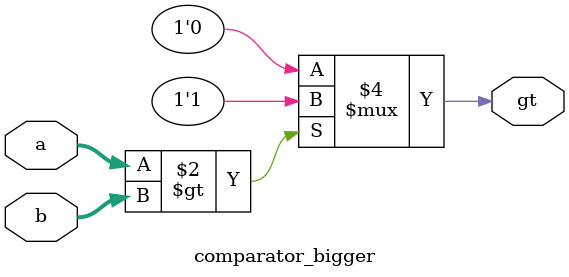
<source format=v>
module comparator_bigger(
    input [63:0] a,
    input [63:0] b,
    output reg gt
);
    always @(*) begin
         if (a > b) begin
            gt = 1;
         end else begin
            gt = 0;
	 end
	 end
endmodule

</source>
